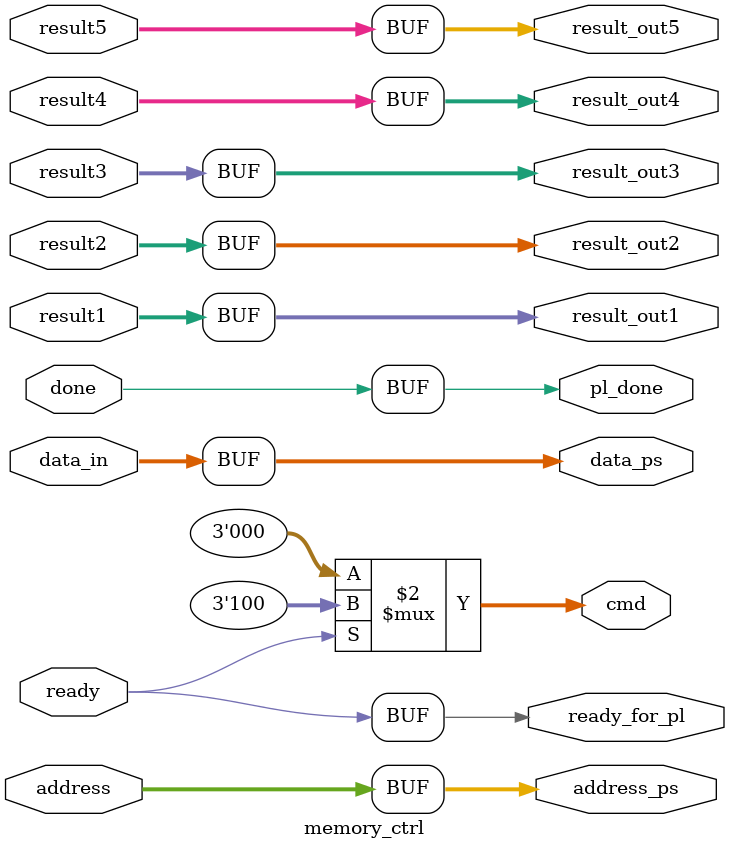
<source format=v>
(* keep_hierarchy = "yes" *)module	memory_ctrl(
	input 	[31:0]		data_in,//data input from ps
	input 	[7:0]		address,//address input from ps
	input   ready, //ready signal from ps
	input   done, 	//result is ready to output to ps
	input 	[31:0]      result1,//return the value after processed from memory
	input 	[31:0]      result2,//return the value after processed from memory
	input 	[31:0]      result3,//return the value after processed from memory
	input 	[31:0]      result4,//return the value after processed from memory
	input 	[31:0]      result5,//return the value after processed from memory

	output 	wire [31:0]		data_ps,
	output  wire [7:0]		  address_ps,
	output  wire [31:0]     result_out1, //show the result on ps
	output  wire [31:0]     result_out2, //show the result on ps
	output  wire [31:0]     result_out3, //show the result on ps
	output  wire [31:0]     result_out4, //show the result on ps
	output  wire [31:0]     result_out5, //show the result on ps
	output  wire ready_for_pl,
	output  wire pl_done, //result is ready to output to ps
	output  wire [2:0] cmd
);


assign data_ps=data_in;
assign address_ps=address;
assign ready_for_pl=ready;
assign result_out1=result1;
assign result_out2=result2;
assign result_out3=result3;
assign result_out4=result4;
assign result_out5=result5;
assign cmd=(ready==1'd1)?3'd4:3'd0;
assign pl_done=done;


endmodule

</source>
